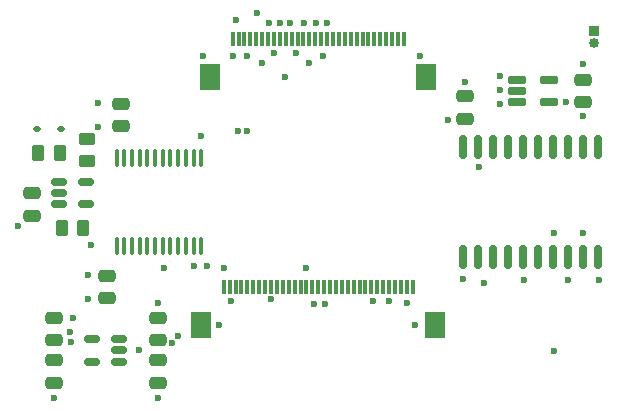
<source format=gts>
%TF.GenerationSoftware,KiCad,Pcbnew,8.0.9-8.0.9-0~ubuntu22.04.1*%
%TF.CreationDate,2025-08-19T21:28:46+02:00*%
%TF.ProjectId,KG_Disp_Adapter,4b475f44-6973-4705-9f41-646170746572,rev?*%
%TF.SameCoordinates,Original*%
%TF.FileFunction,Soldermask,Top*%
%TF.FilePolarity,Negative*%
%FSLAX46Y46*%
G04 Gerber Fmt 4.6, Leading zero omitted, Abs format (unit mm)*
G04 Created by KiCad (PCBNEW 8.0.9-8.0.9-0~ubuntu22.04.1) date 2025-08-19 21:28:46*
%MOMM*%
%LPD*%
G01*
G04 APERTURE LIST*
G04 Aperture macros list*
%AMRoundRect*
0 Rectangle with rounded corners*
0 $1 Rounding radius*
0 $2 $3 $4 $5 $6 $7 $8 $9 X,Y pos of 4 corners*
0 Add a 4 corners polygon primitive as box body*
4,1,4,$2,$3,$4,$5,$6,$7,$8,$9,$2,$3,0*
0 Add four circle primitives for the rounded corners*
1,1,$1+$1,$2,$3*
1,1,$1+$1,$4,$5*
1,1,$1+$1,$6,$7*
1,1,$1+$1,$8,$9*
0 Add four rect primitives between the rounded corners*
20,1,$1+$1,$2,$3,$4,$5,0*
20,1,$1+$1,$4,$5,$6,$7,0*
20,1,$1+$1,$6,$7,$8,$9,0*
20,1,$1+$1,$8,$9,$2,$3,0*%
G04 Aperture macros list end*
%ADD10RoundRect,0.250000X0.475000X-0.250000X0.475000X0.250000X-0.475000X0.250000X-0.475000X-0.250000X0*%
%ADD11RoundRect,0.150000X-0.512500X-0.150000X0.512500X-0.150000X0.512500X0.150000X-0.512500X0.150000X0*%
%ADD12RoundRect,0.250000X-0.475000X0.250000X-0.475000X-0.250000X0.475000X-0.250000X0.475000X0.250000X0*%
%ADD13RoundRect,0.100000X0.100000X-0.637500X0.100000X0.637500X-0.100000X0.637500X-0.100000X-0.637500X0*%
%ADD14RoundRect,0.250000X-0.262500X-0.450000X0.262500X-0.450000X0.262500X0.450000X-0.262500X0.450000X0*%
%ADD15RoundRect,0.162500X-0.617500X-0.162500X0.617500X-0.162500X0.617500X0.162500X-0.617500X0.162500X0*%
%ADD16RoundRect,0.150000X0.150000X-0.875000X0.150000X0.875000X-0.150000X0.875000X-0.150000X-0.875000X0*%
%ADD17RoundRect,0.150000X0.512500X0.150000X-0.512500X0.150000X-0.512500X-0.150000X0.512500X-0.150000X0*%
%ADD18RoundRect,0.112500X0.187500X0.112500X-0.187500X0.112500X-0.187500X-0.112500X0.187500X-0.112500X0*%
%ADD19R,0.300000X1.300000*%
%ADD20R,1.800000X2.200000*%
%ADD21RoundRect,0.250000X-0.450000X0.262500X-0.450000X-0.262500X0.450000X-0.262500X0.450000X0.262500X0*%
%ADD22R,0.850000X0.850000*%
%ADD23O,0.850000X0.850000*%
%ADD24C,0.600000*%
G04 APERTURE END LIST*
D10*
%TO.C,C3*%
X177975008Y-112834999D03*
X177975008Y-110934999D03*
%TD*%
%TO.C,C18*%
X138887508Y-114834999D03*
X138887508Y-112934999D03*
%TD*%
%TO.C,C2*%
X137687508Y-129434999D03*
X137687508Y-127534999D03*
%TD*%
D11*
%TO.C,U3*%
X133637508Y-119534999D03*
X133637508Y-120484999D03*
X133637508Y-121434999D03*
X135912508Y-121434999D03*
X135912508Y-119534999D03*
%TD*%
D10*
%TO.C,C16*%
X131375008Y-122434999D03*
X131375008Y-120534999D03*
%TD*%
D12*
%TO.C,C5*%
X141975008Y-131084999D03*
X141975008Y-132984999D03*
%TD*%
D13*
%TO.C,U2*%
X138512508Y-124997499D03*
X139162508Y-124997499D03*
X139812508Y-124997499D03*
X140462508Y-124997499D03*
X141112508Y-124997499D03*
X141762508Y-124997499D03*
X142412508Y-124997499D03*
X143062508Y-124997499D03*
X143712508Y-124997499D03*
X144362508Y-124997499D03*
X145012508Y-124997499D03*
X145662508Y-124997499D03*
X145662508Y-117572499D03*
X145012508Y-117572499D03*
X144362508Y-117572499D03*
X143712508Y-117572499D03*
X143062508Y-117572499D03*
X142412508Y-117572499D03*
X141762508Y-117572499D03*
X141112508Y-117572499D03*
X140462508Y-117572499D03*
X139812508Y-117572499D03*
X139162508Y-117572499D03*
X138512508Y-117572499D03*
%TD*%
D14*
%TO.C,R5*%
X131862508Y-117084999D03*
X133687508Y-117084999D03*
%TD*%
D10*
%TO.C,C4*%
X141975008Y-136584999D03*
X141975008Y-134684999D03*
%TD*%
D15*
%TO.C,U4*%
X172425008Y-110934999D03*
X172425008Y-111884999D03*
X172425008Y-112834999D03*
X175125008Y-112834999D03*
X175125008Y-110934999D03*
%TD*%
D16*
%TO.C,U1*%
X167860008Y-125934999D03*
X169130008Y-125934999D03*
X170400008Y-125934999D03*
X171670008Y-125934999D03*
X172940008Y-125934999D03*
X174210008Y-125934999D03*
X175480008Y-125934999D03*
X176750008Y-125934999D03*
X178020008Y-125934999D03*
X179290008Y-125934999D03*
X179290008Y-116634999D03*
X178020008Y-116634999D03*
X176750008Y-116634999D03*
X175480008Y-116634999D03*
X174210008Y-116634999D03*
X172940008Y-116634999D03*
X171670008Y-116634999D03*
X170400008Y-116634999D03*
X169130008Y-116634999D03*
X167860008Y-116634999D03*
%TD*%
D17*
%TO.C,U5*%
X138712508Y-134784999D03*
X138712508Y-133834999D03*
X138712508Y-132884999D03*
X136437508Y-132884999D03*
X136437508Y-134784999D03*
%TD*%
D18*
%TO.C,D1*%
X133825008Y-115084999D03*
X131725008Y-115084999D03*
%TD*%
D19*
%TO.C,J4*%
X162825008Y-107434999D03*
X162325008Y-107434999D03*
X161825008Y-107434999D03*
X161325008Y-107434999D03*
X160825008Y-107434999D03*
X160325008Y-107434999D03*
X159825008Y-107434999D03*
X159325008Y-107434999D03*
X158825008Y-107434999D03*
X158325008Y-107434999D03*
X157825008Y-107434999D03*
X157325008Y-107434999D03*
X156825008Y-107434999D03*
X156325008Y-107434999D03*
X155825008Y-107434999D03*
X155325008Y-107434999D03*
X154825008Y-107434999D03*
X154325008Y-107434999D03*
X153825008Y-107434999D03*
X153325008Y-107434999D03*
X152825008Y-107434999D03*
X152325008Y-107434999D03*
X151825008Y-107434999D03*
X151325008Y-107434999D03*
X150825008Y-107434999D03*
X150325008Y-107434999D03*
X149825008Y-107434999D03*
X149325008Y-107434999D03*
X148825008Y-107434999D03*
X148325008Y-107434999D03*
D20*
X146425008Y-110684999D03*
X164725008Y-110684999D03*
%TD*%
D10*
%TO.C,C6*%
X133175008Y-136584999D03*
X133175008Y-134684999D03*
%TD*%
D12*
%TO.C,C17*%
X133175008Y-131084999D03*
X133175008Y-132984999D03*
%TD*%
%TO.C,C1*%
X167975008Y-112334999D03*
X167975008Y-114234999D03*
%TD*%
D14*
%TO.C,R3*%
X133862508Y-123484999D03*
X135687508Y-123484999D03*
%TD*%
D19*
%TO.C,J3*%
X163575008Y-128434999D03*
X163075008Y-128434999D03*
X162575008Y-128434999D03*
X162075008Y-128434999D03*
X161575008Y-128434999D03*
X161075008Y-128434999D03*
X160575008Y-128434999D03*
X160075008Y-128434999D03*
X159575008Y-128434999D03*
X159075008Y-128434999D03*
X158575008Y-128434999D03*
X158075008Y-128434999D03*
X157575008Y-128434999D03*
X157075008Y-128434999D03*
X156575008Y-128434999D03*
X156075008Y-128434999D03*
X155575008Y-128434999D03*
X155075008Y-128434999D03*
X154575008Y-128434999D03*
X154075008Y-128434999D03*
X153575008Y-128434999D03*
X153075008Y-128434999D03*
X152575008Y-128434999D03*
X152075008Y-128434999D03*
X151575008Y-128434999D03*
X151075008Y-128434999D03*
X150575008Y-128434999D03*
X150075008Y-128434999D03*
X149575008Y-128434999D03*
X149075008Y-128434999D03*
X148575008Y-128434999D03*
X148075008Y-128434999D03*
X147575008Y-128434999D03*
D20*
X145675008Y-131684999D03*
X165475008Y-131684999D03*
%TD*%
D21*
%TO.C,R4*%
X135975008Y-115972499D03*
X135975008Y-117797499D03*
%TD*%
D22*
%TO.C,J1*%
X178950008Y-106784999D03*
D23*
X178950008Y-107784999D03*
%TD*%
D24*
X167860008Y-127799999D03*
X134650008Y-133159999D03*
X152375008Y-106109999D03*
X148775008Y-115284999D03*
X148375008Y-108884999D03*
X149575008Y-115284999D03*
X136887508Y-114884999D03*
X166575008Y-114284999D03*
X134575008Y-132284999D03*
X140375008Y-133834999D03*
X148575008Y-105884999D03*
X161575008Y-129684999D03*
X177975008Y-123884999D03*
X163775008Y-131684999D03*
X170975008Y-112984999D03*
X141975008Y-129834999D03*
X154575008Y-126884999D03*
X156325008Y-106084999D03*
X167975008Y-111084999D03*
X130175008Y-123284999D03*
X133175008Y-137834999D03*
X145775008Y-108884999D03*
X145087508Y-126684999D03*
X136087508Y-129484999D03*
X134775008Y-131084999D03*
X145687508Y-115684999D03*
X151575008Y-129484999D03*
X136887508Y-112884999D03*
X147575008Y-126884999D03*
X176750008Y-127859999D03*
X152775008Y-110684999D03*
X175575008Y-123884999D03*
X146175008Y-126684999D03*
X164175008Y-108884999D03*
X175575008Y-133884999D03*
X179375008Y-127884999D03*
X177975008Y-113984999D03*
X147175008Y-131684999D03*
X169175008Y-118284999D03*
X141975008Y-137834999D03*
X160175008Y-129684999D03*
X156175008Y-129884999D03*
X136087508Y-127484999D03*
X155175008Y-129884999D03*
X148175008Y-129684999D03*
X177975008Y-109584999D03*
X163075008Y-129784999D03*
X143175008Y-133234999D03*
X136375008Y-124884999D03*
X143725008Y-132634999D03*
X155975008Y-108884999D03*
X149575008Y-108884999D03*
X150375008Y-105284999D03*
X150775008Y-109484999D03*
X151375008Y-106084999D03*
X151800008Y-108684999D03*
X153175008Y-106084999D03*
X153700008Y-108684999D03*
X154775008Y-109484999D03*
X155375008Y-106084999D03*
X154375008Y-106109999D03*
X170975008Y-110584999D03*
X169575008Y-128084999D03*
X172975008Y-127884999D03*
X170975008Y-111784999D03*
X142487508Y-126884999D03*
X176575008Y-112784999D03*
M02*

</source>
